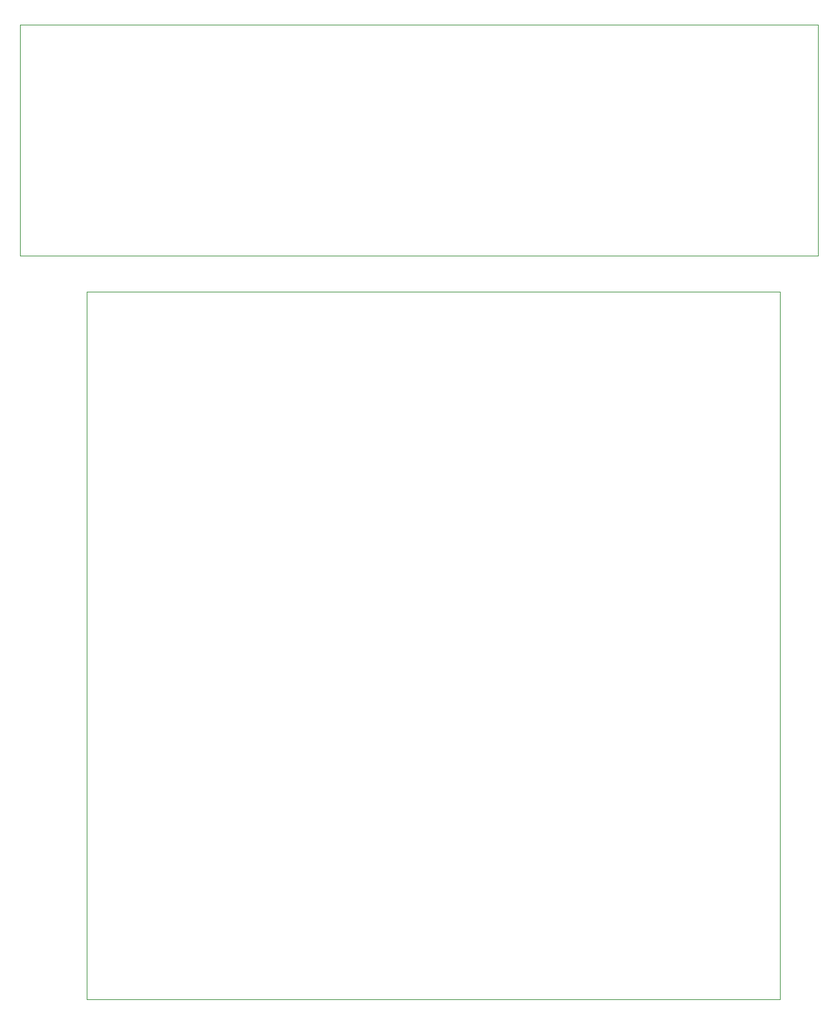
<source format=gbr>
%TF.GenerationSoftware,KiCad,Pcbnew,9.0.4*%
%TF.CreationDate,2025-11-05T17:17:25+05:30*%
%TF.ProjectId,BikeSSv3,42696b65-5353-4763-932e-6b696361645f,rev?*%
%TF.SameCoordinates,Original*%
%TF.FileFunction,Profile,NP*%
%FSLAX46Y46*%
G04 Gerber Fmt 4.6, Leading zero omitted, Abs format (unit mm)*
G04 Created by KiCad (PCBNEW 9.0.4) date 2025-11-05 17:17:25*
%MOMM*%
%LPD*%
G01*
G04 APERTURE LIST*
%TA.AperFunction,Profile*%
%ADD10C,0.050000*%
%TD*%
G04 APERTURE END LIST*
D10*
X189980000Y-70205000D02*
X277880000Y-70205000D01*
X277880000Y-160000000D01*
X189980000Y-160000000D01*
X189980000Y-70205000D01*
X181500000Y-36375000D02*
X282750000Y-36375000D01*
X282750000Y-65625000D01*
X181500000Y-65625000D01*
X181500000Y-36375000D01*
M02*

</source>
